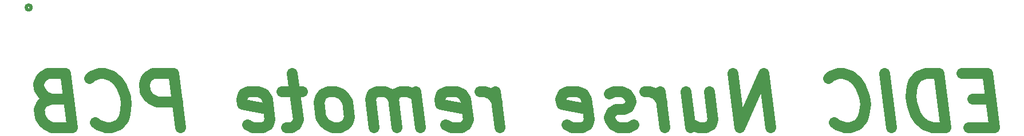
<source format=gbo>
%TF.GenerationSoftware,KiCad,Pcbnew,9.0.4-9.0.4-0~ubuntu24.04.1*%
%TF.CreationDate,2025-09-24T17:36:06+03:00*%
%TF.ProjectId,Nurse remote control,4e757273-6520-4726-956d-6f746520636f,rev?*%
%TF.SameCoordinates,Original*%
%TF.FileFunction,Legend,Bot*%
%TF.FilePolarity,Positive*%
%FSLAX46Y46*%
G04 Gerber Fmt 4.6, Leading zero omitted, Abs format (unit mm)*
G04 Created by KiCad (PCBNEW 9.0.4-9.0.4-0~ubuntu24.04.1) date 2025-09-24 17:36:06*
%MOMM*%
%LPD*%
G01*
G04 APERTURE LIST*
%ADD10C,1.600000*%
%ADD11C,0.508000*%
G04 APERTURE END LIST*
D10*
X220807416Y-87025276D02*
X218140749Y-87025276D01*
X217521702Y-91215752D02*
X221331226Y-91215752D01*
X221331226Y-91215752D02*
X220331226Y-83215752D01*
X220331226Y-83215752D02*
X216521702Y-83215752D01*
X214093131Y-91215752D02*
X213093131Y-83215752D01*
X213093131Y-83215752D02*
X211188369Y-83215752D01*
X211188369Y-83215752D02*
X210093131Y-83596704D01*
X210093131Y-83596704D02*
X209426464Y-84358609D01*
X209426464Y-84358609D02*
X209140750Y-85120514D01*
X209140750Y-85120514D02*
X208950274Y-86644323D01*
X208950274Y-86644323D02*
X209093131Y-87787180D01*
X209093131Y-87787180D02*
X209664559Y-89310990D01*
X209664559Y-89310990D02*
X210140750Y-90072895D01*
X210140750Y-90072895D02*
X210997893Y-90834800D01*
X210997893Y-90834800D02*
X212188369Y-91215752D01*
X212188369Y-91215752D02*
X214093131Y-91215752D01*
X206093131Y-91215752D02*
X205093131Y-83215752D01*
X197616940Y-90453847D02*
X198045511Y-90834800D01*
X198045511Y-90834800D02*
X199235988Y-91215752D01*
X199235988Y-91215752D02*
X199997892Y-91215752D01*
X199997892Y-91215752D02*
X201093130Y-90834800D01*
X201093130Y-90834800D02*
X201759797Y-90072895D01*
X201759797Y-90072895D02*
X202045511Y-89310990D01*
X202045511Y-89310990D02*
X202235988Y-87787180D01*
X202235988Y-87787180D02*
X202093130Y-86644323D01*
X202093130Y-86644323D02*
X201521702Y-85120514D01*
X201521702Y-85120514D02*
X201045511Y-84358609D01*
X201045511Y-84358609D02*
X200188369Y-83596704D01*
X200188369Y-83596704D02*
X198997892Y-83215752D01*
X198997892Y-83215752D02*
X198235988Y-83215752D01*
X198235988Y-83215752D02*
X197140750Y-83596704D01*
X197140750Y-83596704D02*
X196807416Y-83977657D01*
X188188369Y-91215752D02*
X187188369Y-83215752D01*
X187188369Y-83215752D02*
X183616940Y-91215752D01*
X183616940Y-91215752D02*
X182616940Y-83215752D01*
X175712179Y-85882419D02*
X176378845Y-91215752D01*
X179140750Y-85882419D02*
X179664560Y-90072895D01*
X179664560Y-90072895D02*
X179378845Y-90834800D01*
X179378845Y-90834800D02*
X178664560Y-91215752D01*
X178664560Y-91215752D02*
X177521702Y-91215752D01*
X177521702Y-91215752D02*
X176712179Y-90834800D01*
X176712179Y-90834800D02*
X176283607Y-90453847D01*
X172569322Y-91215752D02*
X171902655Y-85882419D01*
X172093131Y-87406228D02*
X171616941Y-86644323D01*
X171616941Y-86644323D02*
X171188369Y-86263371D01*
X171188369Y-86263371D02*
X170378845Y-85882419D01*
X170378845Y-85882419D02*
X169616941Y-85882419D01*
X167950274Y-90834800D02*
X167235988Y-91215752D01*
X167235988Y-91215752D02*
X165712179Y-91215752D01*
X165712179Y-91215752D02*
X164902655Y-90834800D01*
X164902655Y-90834800D02*
X164426464Y-90072895D01*
X164426464Y-90072895D02*
X164378845Y-89691942D01*
X164378845Y-89691942D02*
X164664560Y-88930038D01*
X164664560Y-88930038D02*
X165378845Y-88549085D01*
X165378845Y-88549085D02*
X166521703Y-88549085D01*
X166521703Y-88549085D02*
X167235988Y-88168133D01*
X167235988Y-88168133D02*
X167521703Y-87406228D01*
X167521703Y-87406228D02*
X167474084Y-87025276D01*
X167474084Y-87025276D02*
X166997893Y-86263371D01*
X166997893Y-86263371D02*
X166188369Y-85882419D01*
X166188369Y-85882419D02*
X165045512Y-85882419D01*
X165045512Y-85882419D02*
X164331226Y-86263371D01*
X158045513Y-90834800D02*
X158855036Y-91215752D01*
X158855036Y-91215752D02*
X160378846Y-91215752D01*
X160378846Y-91215752D02*
X161093132Y-90834800D01*
X161093132Y-90834800D02*
X161378846Y-90072895D01*
X161378846Y-90072895D02*
X160997894Y-87025276D01*
X160997894Y-87025276D02*
X160521703Y-86263371D01*
X160521703Y-86263371D02*
X159712179Y-85882419D01*
X159712179Y-85882419D02*
X158188370Y-85882419D01*
X158188370Y-85882419D02*
X157474084Y-86263371D01*
X157474084Y-86263371D02*
X157188370Y-87025276D01*
X157188370Y-87025276D02*
X157283608Y-87787180D01*
X157283608Y-87787180D02*
X161188370Y-88549085D01*
X148188370Y-91215752D02*
X147521703Y-85882419D01*
X147712179Y-87406228D02*
X147235989Y-86644323D01*
X147235989Y-86644323D02*
X146807417Y-86263371D01*
X146807417Y-86263371D02*
X145997893Y-85882419D01*
X145997893Y-85882419D02*
X145235989Y-85882419D01*
X140140751Y-90834800D02*
X140950274Y-91215752D01*
X140950274Y-91215752D02*
X142474084Y-91215752D01*
X142474084Y-91215752D02*
X143188370Y-90834800D01*
X143188370Y-90834800D02*
X143474084Y-90072895D01*
X143474084Y-90072895D02*
X143093132Y-87025276D01*
X143093132Y-87025276D02*
X142616941Y-86263371D01*
X142616941Y-86263371D02*
X141807417Y-85882419D01*
X141807417Y-85882419D02*
X140283608Y-85882419D01*
X140283608Y-85882419D02*
X139569322Y-86263371D01*
X139569322Y-86263371D02*
X139283608Y-87025276D01*
X139283608Y-87025276D02*
X139378846Y-87787180D01*
X139378846Y-87787180D02*
X143283608Y-88549085D01*
X136378846Y-91215752D02*
X135712179Y-85882419D01*
X135807417Y-86644323D02*
X135378846Y-86263371D01*
X135378846Y-86263371D02*
X134569322Y-85882419D01*
X134569322Y-85882419D02*
X133426465Y-85882419D01*
X133426465Y-85882419D02*
X132712179Y-86263371D01*
X132712179Y-86263371D02*
X132426465Y-87025276D01*
X132426465Y-87025276D02*
X132950274Y-91215752D01*
X132426465Y-87025276D02*
X131950274Y-86263371D01*
X131950274Y-86263371D02*
X131140750Y-85882419D01*
X131140750Y-85882419D02*
X129997893Y-85882419D01*
X129997893Y-85882419D02*
X129283608Y-86263371D01*
X129283608Y-86263371D02*
X128997893Y-87025276D01*
X128997893Y-87025276D02*
X129521703Y-91215752D01*
X124569322Y-91215752D02*
X125283607Y-90834800D01*
X125283607Y-90834800D02*
X125616941Y-90453847D01*
X125616941Y-90453847D02*
X125902655Y-89691942D01*
X125902655Y-89691942D02*
X125616941Y-87406228D01*
X125616941Y-87406228D02*
X125140750Y-86644323D01*
X125140750Y-86644323D02*
X124712179Y-86263371D01*
X124712179Y-86263371D02*
X123902655Y-85882419D01*
X123902655Y-85882419D02*
X122759798Y-85882419D01*
X122759798Y-85882419D02*
X122045512Y-86263371D01*
X122045512Y-86263371D02*
X121712179Y-86644323D01*
X121712179Y-86644323D02*
X121426464Y-87406228D01*
X121426464Y-87406228D02*
X121712179Y-89691942D01*
X121712179Y-89691942D02*
X122188369Y-90453847D01*
X122188369Y-90453847D02*
X122616941Y-90834800D01*
X122616941Y-90834800D02*
X123426464Y-91215752D01*
X123426464Y-91215752D02*
X124569322Y-91215752D01*
X118950274Y-85882419D02*
X115902655Y-85882419D01*
X117474084Y-83215752D02*
X118331227Y-90072895D01*
X118331227Y-90072895D02*
X118045512Y-90834800D01*
X118045512Y-90834800D02*
X117331227Y-91215752D01*
X117331227Y-91215752D02*
X116569322Y-91215752D01*
X110807417Y-90834800D02*
X111616940Y-91215752D01*
X111616940Y-91215752D02*
X113140750Y-91215752D01*
X113140750Y-91215752D02*
X113855036Y-90834800D01*
X113855036Y-90834800D02*
X114140750Y-90072895D01*
X114140750Y-90072895D02*
X113759798Y-87025276D01*
X113759798Y-87025276D02*
X113283607Y-86263371D01*
X113283607Y-86263371D02*
X112474083Y-85882419D01*
X112474083Y-85882419D02*
X110950274Y-85882419D01*
X110950274Y-85882419D02*
X110235988Y-86263371D01*
X110235988Y-86263371D02*
X109950274Y-87025276D01*
X109950274Y-87025276D02*
X110045512Y-87787180D01*
X110045512Y-87787180D02*
X113950274Y-88549085D01*
X100950274Y-91215752D02*
X99950274Y-83215752D01*
X99950274Y-83215752D02*
X96902655Y-83215752D01*
X96902655Y-83215752D02*
X96188369Y-83596704D01*
X96188369Y-83596704D02*
X95855036Y-83977657D01*
X95855036Y-83977657D02*
X95569321Y-84739561D01*
X95569321Y-84739561D02*
X95712178Y-85882419D01*
X95712178Y-85882419D02*
X96188369Y-86644323D01*
X96188369Y-86644323D02*
X96616940Y-87025276D01*
X96616940Y-87025276D02*
X97426464Y-87406228D01*
X97426464Y-87406228D02*
X100474083Y-87406228D01*
X88283607Y-90453847D02*
X88712178Y-90834800D01*
X88712178Y-90834800D02*
X89902655Y-91215752D01*
X89902655Y-91215752D02*
X90664559Y-91215752D01*
X90664559Y-91215752D02*
X91759797Y-90834800D01*
X91759797Y-90834800D02*
X92426464Y-90072895D01*
X92426464Y-90072895D02*
X92712178Y-89310990D01*
X92712178Y-89310990D02*
X92902655Y-87787180D01*
X92902655Y-87787180D02*
X92759797Y-86644323D01*
X92759797Y-86644323D02*
X92188369Y-85120514D01*
X92188369Y-85120514D02*
X91712178Y-84358609D01*
X91712178Y-84358609D02*
X90855036Y-83596704D01*
X90855036Y-83596704D02*
X89664559Y-83215752D01*
X89664559Y-83215752D02*
X88902655Y-83215752D01*
X88902655Y-83215752D02*
X87807417Y-83596704D01*
X87807417Y-83596704D02*
X87474083Y-83977657D01*
X81759797Y-87025276D02*
X80664559Y-87406228D01*
X80664559Y-87406228D02*
X80331226Y-87787180D01*
X80331226Y-87787180D02*
X80045512Y-88549085D01*
X80045512Y-88549085D02*
X80188369Y-89691942D01*
X80188369Y-89691942D02*
X80664559Y-90453847D01*
X80664559Y-90453847D02*
X81093131Y-90834800D01*
X81093131Y-90834800D02*
X81902655Y-91215752D01*
X81902655Y-91215752D02*
X84950274Y-91215752D01*
X84950274Y-91215752D02*
X83950274Y-83215752D01*
X83950274Y-83215752D02*
X81283607Y-83215752D01*
X81283607Y-83215752D02*
X80569321Y-83596704D01*
X80569321Y-83596704D02*
X80235988Y-83977657D01*
X80235988Y-83977657D02*
X79950274Y-84739561D01*
X79950274Y-84739561D02*
X80045512Y-85501466D01*
X80045512Y-85501466D02*
X80521702Y-86263371D01*
X80521702Y-86263371D02*
X80950274Y-86644323D01*
X80950274Y-86644323D02*
X81759797Y-87025276D01*
X81759797Y-87025276D02*
X84426464Y-87025276D01*
D11*
%TO.C,J1*%
X78500000Y-73074800D02*
G75*
G02*
X78500000Y-73836800I0J-381000D01*
G01*
X78500000Y-73836800D02*
G75*
G02*
X78500000Y-73074800I0J381000D01*
G01*
%TD*%
M02*

</source>
